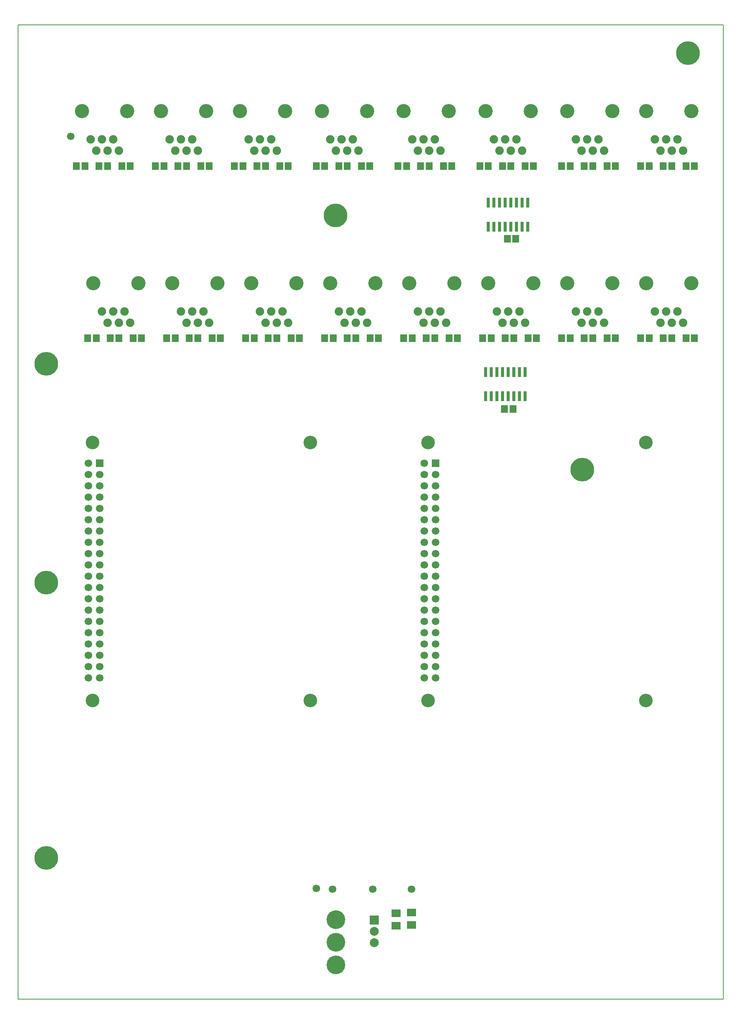
<source format=gbr>
G04 DipTrace 2.4.0.2*
%INtopmask.gbr*%
%MOIN*%
%ADD11C,0.006*%
%ADD25C,0.0669*%
%ADD28C,0.21*%
%ADD29C,0.12*%
%ADD30C,0.126*%
%ADD35C,0.0749*%
%ADD36R,0.0316X0.0867*%
%ADD38R,0.0592X0.0671*%
%ADD40R,0.0671X0.0671*%
%ADD42C,0.0789*%
%ADD44R,0.0789X0.0789*%
%ADD46C,0.1655*%
%ADD48R,0.0789X0.071*%
%FSLAX44Y44*%
G04*
G70*
G90*
G75*
G01*
%LNTopMask*%
%LPD*%
D28*
X6440Y16440D3*
Y40820D3*
Y60190D3*
X32065Y73310D3*
X63315Y87690D3*
X53940Y50810D3*
D48*
X38804Y10510D3*
Y11612D3*
X37452Y10447D3*
Y11550D3*
D46*
X32127Y6998D3*
Y8998D3*
Y10998D3*
D44*
X35503Y10936D3*
D42*
Y8936D3*
Y9936D3*
D40*
X11188Y51375D3*
D25*
X10188D3*
X11188Y50375D3*
X10188D3*
X11188Y49375D3*
X10188D3*
X11188Y48375D3*
X10188D3*
X11188Y47375D3*
X10188D3*
X11188Y46375D3*
X10188D3*
X11188Y45375D3*
X10188D3*
X11188Y44375D3*
X10188D3*
X11188Y43375D3*
X10188D3*
X11188Y42375D3*
X10188D3*
X11188Y41375D3*
X10188D3*
X11188Y40375D3*
X10188D3*
X11188Y39375D3*
X10188D3*
X11188Y38375D3*
X10188D3*
X11188Y37375D3*
X10188D3*
X11188Y36375D3*
X10188D3*
X11188Y35375D3*
X10188D3*
X11188Y34375D3*
X10188D3*
X11188Y33375D3*
X10188D3*
X11188Y32375D3*
X10188D3*
D29*
X10538Y53225D3*
Y30395D3*
X29838Y53225D3*
Y30395D3*
D40*
X40941Y51378D3*
D25*
X39941D3*
X40941Y50378D3*
X39941D3*
X40941Y49378D3*
X39941D3*
X40941Y48378D3*
X39941D3*
X40941Y47378D3*
X39941D3*
X40941Y46378D3*
X39941D3*
X40941Y45378D3*
X39941D3*
X40941Y44378D3*
X39941D3*
X40941Y43378D3*
X39941D3*
X40941Y42378D3*
X39941D3*
X40941Y41378D3*
X39941D3*
X40941Y40378D3*
X39941D3*
X40941Y39378D3*
X39941D3*
X40941Y38378D3*
X39941D3*
X40941Y37378D3*
X39941D3*
X40941Y36378D3*
X39941D3*
X40941Y35378D3*
X39941D3*
X40941Y34378D3*
X39941D3*
X40941Y33378D3*
X39941D3*
X40941Y32378D3*
X39941D3*
D29*
X40291Y53228D3*
Y30398D3*
X59591Y53228D3*
Y30398D3*
D38*
X47061Y56195D3*
X47809D3*
X47311Y71254D3*
X48059D3*
D36*
X45378Y57315D3*
X45878D3*
X46378D3*
X46878D3*
X47378D3*
X47878D3*
X48378D3*
X48878D3*
Y59441D3*
X48378D3*
X47878D3*
X47378D3*
X46878D3*
X46378D3*
X45878D3*
X45378D3*
X45628Y72315D3*
X46128D3*
X46628D3*
X47128D3*
X47628D3*
X48128D3*
X48628D3*
X49128D3*
Y74441D3*
X48628D3*
X48128D3*
X47628D3*
X47128D3*
X46628D3*
X46128D3*
X45628D3*
D38*
X63878Y62440D3*
X63130D3*
X61128D3*
X61876D3*
X59128D3*
X59876D3*
D35*
X62878Y63815D3*
X62378Y64815D3*
X61878Y63815D3*
X61378Y64815D3*
X60878Y63815D3*
X60378Y64815D3*
D30*
X63626Y67315D3*
X59626D3*
D38*
X56878Y62440D3*
X56130D3*
X54128D3*
X54876D3*
X52128D3*
X52876D3*
D35*
X55878Y63815D3*
X55378Y64815D3*
X54878Y63815D3*
X54378Y64815D3*
X53878Y63815D3*
X53378Y64815D3*
D30*
X56626Y67315D3*
X52626D3*
D38*
X49878Y62440D3*
X49130D3*
X47128D3*
X47876D3*
X45128D3*
X45876D3*
D35*
X48878Y63815D3*
X48378Y64815D3*
X47878Y63815D3*
X47378Y64815D3*
X46878Y63815D3*
X46378Y64815D3*
D30*
X49626Y67315D3*
X45626D3*
D38*
X42878Y62440D3*
X42130D3*
X40128D3*
X40876D3*
X38128D3*
X38876D3*
D35*
X41878Y63815D3*
X41378Y64815D3*
X40878Y63815D3*
X40378Y64815D3*
X39878Y63815D3*
X39378Y64815D3*
D30*
X42626Y67315D3*
X38626D3*
D38*
X35878Y62440D3*
X35130D3*
X33128D3*
X33876D3*
X31128D3*
X31876D3*
D35*
X34878Y63815D3*
X34378Y64815D3*
X33878Y63815D3*
X33378Y64815D3*
X32878Y63815D3*
X32378Y64815D3*
D30*
X35626Y67315D3*
X31626D3*
D38*
X28878Y62440D3*
X28130D3*
X26128D3*
X26876D3*
X24128D3*
X24876D3*
D35*
X27878Y63815D3*
X27378Y64815D3*
X26878Y63815D3*
X26378Y64815D3*
X25878Y63815D3*
X25378Y64815D3*
D30*
X28626Y67315D3*
X24626D3*
D38*
X21878Y62440D3*
X21130D3*
X19128D3*
X19876D3*
X17128D3*
X17876D3*
D35*
X20878Y63815D3*
X20378Y64815D3*
X19878Y63815D3*
X19378Y64815D3*
X18878Y63815D3*
X18378Y64815D3*
D30*
X21626Y67315D3*
X17626D3*
D38*
X14878Y62440D3*
X14130D3*
X12128D3*
X12876D3*
X10128D3*
X10876D3*
D35*
X13878Y63815D3*
X13378Y64815D3*
X12878Y63815D3*
X12378Y64815D3*
X11878Y63815D3*
X11378Y64815D3*
D30*
X14626Y67315D3*
X10626D3*
D38*
X63878Y77690D3*
X63130D3*
X61128D3*
X61876D3*
X59128D3*
X59876D3*
D35*
X62878Y79065D3*
X62378Y80065D3*
X61878Y79065D3*
X61378Y80065D3*
X60878Y79065D3*
X60378Y80065D3*
D30*
X63626Y82565D3*
X59626D3*
D38*
X56878Y77690D3*
X56130D3*
X54128D3*
X54876D3*
X52128D3*
X52876D3*
D35*
X55878Y79065D3*
X55378Y80065D3*
X54878Y79065D3*
X54378Y80065D3*
X53878Y79065D3*
X53378Y80065D3*
D30*
X56626Y82565D3*
X52626D3*
D38*
X49628Y77690D3*
X48880D3*
X46878D3*
X47626D3*
X44878D3*
X45626D3*
D35*
X48628Y79065D3*
X48128Y80065D3*
X47628Y79065D3*
X47128Y80065D3*
X46628Y79065D3*
X46128Y80065D3*
D30*
X49376Y82565D3*
X45376D3*
D38*
X42378Y77690D3*
X41630D3*
X39628D3*
X40376D3*
X37628D3*
X38376D3*
D35*
X41378Y79065D3*
X40878Y80065D3*
X40378Y79065D3*
X39878Y80065D3*
X39378Y79065D3*
X38878Y80065D3*
D30*
X42126Y82565D3*
X38126D3*
D38*
X35128Y77690D3*
X34380D3*
X32378D3*
X33126D3*
X30378D3*
X31126D3*
D35*
X34128Y79065D3*
X33628Y80065D3*
X33128Y79065D3*
X32628Y80065D3*
X32128Y79065D3*
X31628Y80065D3*
D30*
X34876Y82565D3*
X30876D3*
D38*
X27878Y77690D3*
X27130D3*
X25128D3*
X25876D3*
X23128D3*
X23876D3*
D35*
X26878Y79065D3*
X26378Y80065D3*
X25878Y79065D3*
X25378Y80065D3*
X24878Y79065D3*
X24378Y80065D3*
D30*
X27626Y82565D3*
X23626D3*
D38*
X20878Y77690D3*
X20130D3*
X18128D3*
X18876D3*
X16128D3*
X16876D3*
D35*
X19878Y79065D3*
X19378Y80065D3*
X18878Y79065D3*
X18378Y80065D3*
X17878Y79065D3*
X17378Y80065D3*
D30*
X20626Y82565D3*
X16626D3*
D38*
X13878Y77690D3*
X13130D3*
X11128D3*
X11876D3*
X9128D3*
X9876D3*
D35*
X12878Y79065D3*
X12378Y80065D3*
X11878Y79065D3*
X11378Y80065D3*
X10878Y79065D3*
X10378Y80065D3*
D30*
X13626Y82565D3*
X9626D3*
D25*
X30377Y13749D3*
X31815Y13686D3*
X35378D3*
X38815D3*
X8625Y80318D3*
%LNBoardOutline*%
X3940Y3940D2*
D11*
X66440D1*
Y90190D1*
X3940D1*
Y3940D1*
M02*

</source>
